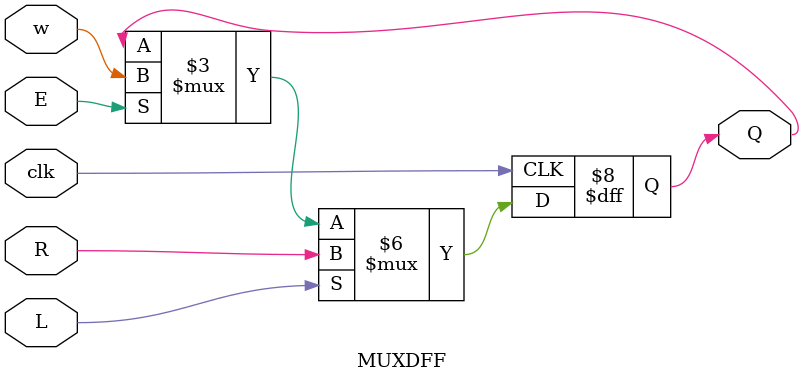
<source format=v>
module top_module (
    input [3:0] SW,
    input [3:0] KEY,
    output [3:0] LEDR
); 
    MUXDFF u0_MUXDFF (
        .clk	(KEY[0] ),
        .w	(KEY[3] ),
        .R	(SW[3]  ),
        .E	(KEY[1] ),
        .L	(KEY[2] ),
        .Q	(LEDR[3]) 
    );
    MUXDFF u1_MUXDFF (
        .clk	(KEY[0] ),
        .w	(LEDR[3]),
        .R	(SW[2]  ),
        .E	(KEY[1] ),
        .L	(KEY[2] ),
        .Q	(LEDR[2]) 
    );
    MUXDFF u2_MUXDFF (
        .clk	(KEY[0] ),
        .w	(LEDR[2]),
        .R	(SW[1]  ),
        .E	(KEY[1] ),
        .L	(KEY[2] ),
        .Q	(LEDR[1]) 
    );
    MUXDFF u3_MUXDFF (
        .clk	(KEY[0] ),
        .w	(LEDR[1]),
        .R	(SW[0]  ),
        .E	(KEY[1] ),
        .L	(KEY[2] ),
        .Q	(LEDR[0]) 
    );
endmodule


module MUXDFF (
    input clk,
    input w, R, E, L,
    output Q
);
    always @ (posedge clk) 
        if (L) begin
            Q <= R;
        end
    	else begin
            if (E) begin
                Q <= w;
            end
            else begin
                Q <= Q;
            end
        end
endmodule

</source>
